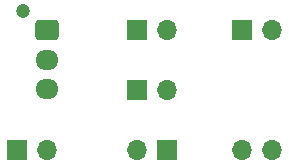
<source format=gbr>
%TF.GenerationSoftware,KiCad,Pcbnew,7.0.1*%
%TF.CreationDate,2025-05-23T00:35:03+09:00*%
%TF.ProjectId,independent_steering,696e6465-7065-46e6-9465-6e745f737465,rev?*%
%TF.SameCoordinates,Original*%
%TF.FileFunction,Soldermask,Top*%
%TF.FilePolarity,Negative*%
%FSLAX46Y46*%
G04 Gerber Fmt 4.6, Leading zero omitted, Abs format (unit mm)*
G04 Created by KiCad (PCBNEW 7.0.1) date 2025-05-23 00:35:03*
%MOMM*%
%LPD*%
G01*
G04 APERTURE LIST*
G04 Aperture macros list*
%AMRoundRect*
0 Rectangle with rounded corners*
0 $1 Rounding radius*
0 $2 $3 $4 $5 $6 $7 $8 $9 X,Y pos of 4 corners*
0 Add a 4 corners polygon primitive as box body*
4,1,4,$2,$3,$4,$5,$6,$7,$8,$9,$2,$3,0*
0 Add four circle primitives for the rounded corners*
1,1,$1+$1,$2,$3*
1,1,$1+$1,$4,$5*
1,1,$1+$1,$6,$7*
1,1,$1+$1,$8,$9*
0 Add four rect primitives between the rounded corners*
20,1,$1+$1,$2,$3,$4,$5,0*
20,1,$1+$1,$4,$5,$6,$7,0*
20,1,$1+$1,$6,$7,$8,$9,0*
20,1,$1+$1,$8,$9,$2,$3,0*%
G04 Aperture macros list end*
%ADD10C,1.200000*%
%ADD11RoundRect,0.250000X-0.725000X0.600000X-0.725000X-0.600000X0.725000X-0.600000X0.725000X0.600000X0*%
%ADD12O,1.950000X1.700000*%
%ADD13R,1.700000X1.700000*%
%ADD14O,1.700000X1.700000*%
G04 APERTURE END LIST*
D10*
%TO.C,J1*%
X122460000Y-84760000D03*
D11*
X124460000Y-86360000D03*
D12*
X124460000Y-88860000D03*
X124460000Y-91360000D03*
%TD*%
D13*
%TO.C,R3*%
X134620000Y-96520000D03*
D14*
X132080000Y-96520000D03*
%TD*%
D13*
%TO.C,R2*%
X132080000Y-91440000D03*
D14*
X134620000Y-91440000D03*
%TD*%
D13*
%TO.C,R1*%
X132080000Y-86360000D03*
D14*
X134620000Y-86360000D03*
%TD*%
D13*
%TO.C,D1*%
X121920000Y-96520000D03*
D14*
X124460000Y-96520000D03*
%TD*%
%TO.C,U1*%
X140965000Y-96525000D03*
X143505000Y-96525000D03*
X143505000Y-86365000D03*
D13*
X140965000Y-86365000D03*
%TD*%
M02*

</source>
